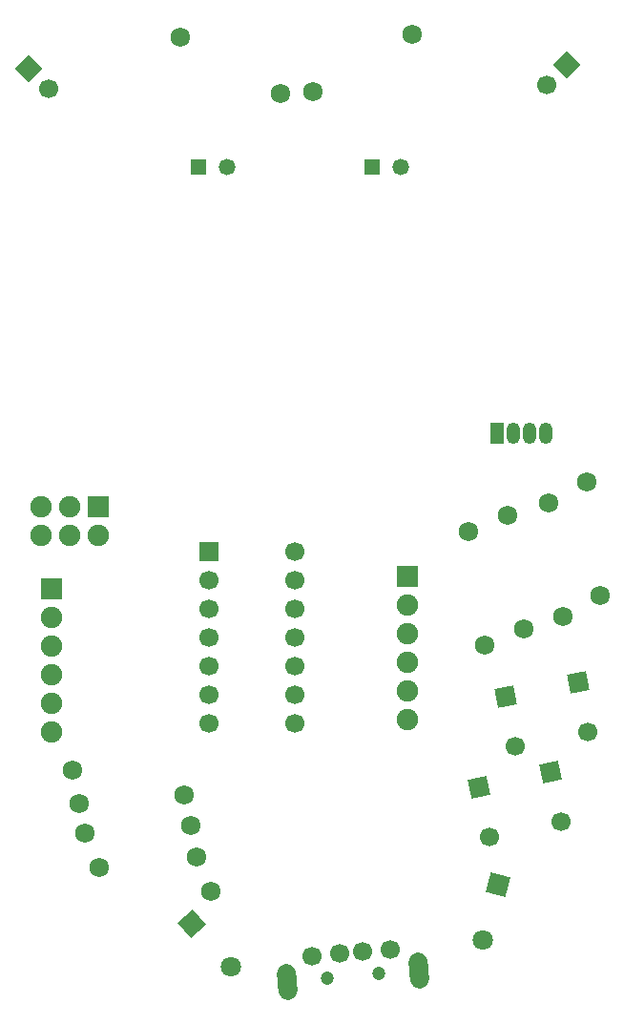
<source format=gbr>
G04 DipTrace 3.3.1.3*
G04 TopMask.gbr*
%MOIN*%
G04 #@! TF.FileFunction,Soldermask,Top*
G04 #@! TF.Part,Single*
%AMOUTLINE1*
4,1,4,
0.0434,0.025057,
0.025057,-0.0434,
-0.0434,-0.025057,
-0.025057,0.0434,
0.0434,0.025057,
0*%
%AMOUTLINE4*
4,1,4,
0.00256,0.050049,
0.050049,-0.00256,
-0.00256,-0.050049,
-0.050049,0.00256,
0.00256,0.050049,
0*%
%AMOUTLINE7*
4,1,4,
0.0,-0.04733,
-0.04733,0.0,
0.0,0.04733,
0.04733,0.0,
0.0,-0.04733,
0*%
%AMOUTLINE10*
4,1,4,
-0.04733,0.0,
0.0,0.04733,
0.04733,0.0,
0.0,-0.04733,
-0.04733,0.0,
0*%
%AMOUTLINE13*
4,1,4,
-0.02656,-0.039176,
-0.039176,0.02656,
0.02656,0.039176,
0.039176,-0.02656,
-0.02656,-0.039176,
0*%
%AMOUTLINE16*
4,1,4,
-0.025791,-0.039686,
-0.039686,0.025791,
0.025791,0.039686,
0.039686,-0.025791,
-0.025791,-0.039686,
0*%
%AMOUTLINE19*
4,1,16,
-0.030792,-0.032714,
-0.026377,-0.046509,
-0.016101,-0.057353,
-0.002138,-0.062665,
0.012748,-0.061392,
0.025606,-0.053786,
0.033892,-0.041355,
0.0359,-0.027011,
0.030792,0.032714,
0.026377,0.046509,
0.016101,0.057353,
0.002138,0.062665,
-0.012748,0.061392,
-0.025606,0.053786,
-0.033892,0.041355,
-0.0359,0.027011,
-0.030792,-0.032714,
0*%
%ADD36C,0.047244*%
%ADD51R,0.066935X0.066935*%
%ADD53C,0.066935*%
%ADD57C,0.06788*%
%ADD59C,0.06788*%
%ADD61C,0.074809*%
%ADD63R,0.074809X0.074809*%
%ADD65C,0.066935*%
%ADD67R,0.049219X0.074809*%
%ADD69O,0.049219X0.074809*%
%ADD71R,0.05788X0.05788*%
%ADD73C,0.05788*%
%ADD75C,0.070872*%
%ADD85OUTLINE1*%
%ADD88OUTLINE4*%
%ADD91OUTLINE7*%
%ADD94OUTLINE10*%
%ADD97OUTLINE13*%
%ADD100OUTLINE16*%
%ADD103OUTLINE19*%
%FSLAX26Y26*%
G04*
G70*
G90*
G75*
G01*
G04 TopMask*
%LPD*%
D75*
X2099771Y662422D3*
D85*
X2151535Y855608D3*
D75*
X1218612Y568681D3*
D88*
X1084601Y717144D3*
D73*
X1206115Y3362138D3*
D71*
X1106115D3*
D73*
X1812301D3*
D71*
X1712301D3*
D69*
X2318498Y2430986D3*
X2205998D3*
D67*
X2149748D3*
D69*
X2262248D3*
D91*
X512438Y3705852D3*
D65*
X583149Y3635141D3*
D94*
X2393490Y3718351D3*
D65*
X2322779Y3647640D3*
D63*
X1836915Y1930154D3*
D61*
Y1830154D3*
Y1730154D3*
Y1630154D3*
Y1530154D3*
Y1430154D3*
D63*
X592234Y1889074D3*
D61*
Y1789074D3*
Y1689074D3*
Y1589074D3*
Y1489074D3*
Y1389074D3*
D63*
X756162Y2174763D3*
D61*
Y2074763D3*
X656162Y2174763D3*
Y2074763D3*
X556162Y2174763D3*
Y2074763D3*
D59*
X1393595Y3618362D3*
D57*
X1044372Y3813409D3*
D59*
X1506083Y3624611D3*
D57*
X1852493Y3824611D3*
D59*
X1099876Y949892D3*
D57*
X708639Y1033161D3*
D59*
X2049776Y2087272D3*
D57*
X2106584Y1691327D3*
D59*
X1149870Y831154D3*
D57*
X758532Y913947D3*
D59*
X1056131Y1168618D3*
D57*
X665266Y1253617D3*
D59*
X1081128Y1062380D3*
D57*
X688338Y1137986D3*
D59*
X2462233Y2262253D3*
D57*
X2508915Y1864987D3*
D59*
X2330997Y2187262D3*
D57*
X2379327Y1790193D3*
D59*
X2187262Y2143517D3*
D57*
X2244721Y1747665D3*
D97*
X2181017Y1512328D3*
D53*
X2214408Y1338338D3*
X2465728Y1386570D3*
D97*
X2432336Y1560560D3*
D100*
X2087271Y1193617D3*
D53*
X2124051Y1020311D3*
X2374381Y1073437D3*
D100*
X2337601Y1246742D3*
D51*
X1143621Y2018529D3*
D65*
Y1918529D3*
Y1818529D3*
Y1718529D3*
Y1618529D3*
Y1518529D3*
Y1418529D3*
X1443621D3*
Y1518529D3*
Y1618529D3*
Y1718529D3*
Y1818529D3*
Y1918529D3*
Y2018529D3*
X1600469Y614284D3*
X1678923Y620994D3*
X1776990Y629381D3*
X1502402Y605897D3*
D103*
X1417264Y515636D3*
X1876218Y554889D3*
D36*
X1736963Y542979D3*
X1556519Y527546D3*
M02*

</source>
